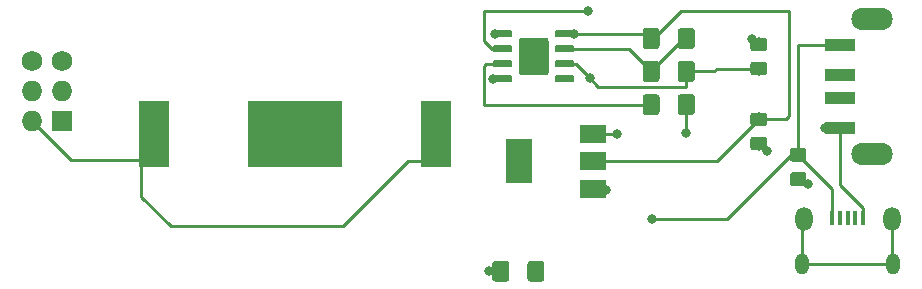
<source format=gbr>
G04 #@! TF.GenerationSoftware,KiCad,Pcbnew,(5.1.4)-1*
G04 #@! TF.CreationDate,2020-06-27T20:58:05-05:00*
G04 #@! TF.ProjectId,NiteLite,4e697465-4c69-4746-952e-6b696361645f,rev?*
G04 #@! TF.SameCoordinates,Original*
G04 #@! TF.FileFunction,Copper,L1,Top*
G04 #@! TF.FilePolarity,Positive*
%FSLAX46Y46*%
G04 Gerber Fmt 4.6, Leading zero omitted, Abs format (unit mm)*
G04 Created by KiCad (PCBNEW (5.1.4)-1) date 2020-06-27 20:58:05*
%MOMM*%
%LPD*%
G04 APERTURE LIST*
%ADD10R,1.727200X1.727200*%
%ADD11O,1.727200X1.727200*%
%ADD12C,1.727200*%
%ADD13C,0.100000*%
%ADD14C,1.150000*%
%ADD15R,2.200000X3.800000*%
%ADD16R,2.200000X1.500000*%
%ADD17O,3.500000X1.900000*%
%ADD18R,2.500000X1.100000*%
%ADD19C,0.600000*%
%ADD20C,2.514000*%
%ADD21C,1.425000*%
%ADD22R,0.450000X1.300000*%
%ADD23O,1.450000X2.000000*%
%ADD24O,1.150000X1.800000*%
%ADD25R,8.000000X5.560000*%
%ADD26R,2.600000X5.560000*%
%ADD27C,0.800000*%
%ADD28C,0.250000*%
G04 APERTURE END LIST*
D10*
X90890000Y-114680000D03*
D11*
X88350000Y-114680000D03*
X90890000Y-112140000D03*
X88350000Y-112140000D03*
D12*
X90890000Y-109600000D03*
X88350000Y-109600000D03*
D13*
G36*
X153674505Y-116976204D02*
G01*
X153698773Y-116979804D01*
X153722572Y-116985765D01*
X153745671Y-116994030D01*
X153767850Y-117004520D01*
X153788893Y-117017132D01*
X153808599Y-117031747D01*
X153826777Y-117048223D01*
X153843253Y-117066401D01*
X153857868Y-117086107D01*
X153870480Y-117107150D01*
X153880970Y-117129329D01*
X153889235Y-117152428D01*
X153895196Y-117176227D01*
X153898796Y-117200495D01*
X153900000Y-117224999D01*
X153900000Y-117875001D01*
X153898796Y-117899505D01*
X153895196Y-117923773D01*
X153889235Y-117947572D01*
X153880970Y-117970671D01*
X153870480Y-117992850D01*
X153857868Y-118013893D01*
X153843253Y-118033599D01*
X153826777Y-118051777D01*
X153808599Y-118068253D01*
X153788893Y-118082868D01*
X153767850Y-118095480D01*
X153745671Y-118105970D01*
X153722572Y-118114235D01*
X153698773Y-118120196D01*
X153674505Y-118123796D01*
X153650001Y-118125000D01*
X152749999Y-118125000D01*
X152725495Y-118123796D01*
X152701227Y-118120196D01*
X152677428Y-118114235D01*
X152654329Y-118105970D01*
X152632150Y-118095480D01*
X152611107Y-118082868D01*
X152591401Y-118068253D01*
X152573223Y-118051777D01*
X152556747Y-118033599D01*
X152542132Y-118013893D01*
X152529520Y-117992850D01*
X152519030Y-117970671D01*
X152510765Y-117947572D01*
X152504804Y-117923773D01*
X152501204Y-117899505D01*
X152500000Y-117875001D01*
X152500000Y-117224999D01*
X152501204Y-117200495D01*
X152504804Y-117176227D01*
X152510765Y-117152428D01*
X152519030Y-117129329D01*
X152529520Y-117107150D01*
X152542132Y-117086107D01*
X152556747Y-117066401D01*
X152573223Y-117048223D01*
X152591401Y-117031747D01*
X152611107Y-117017132D01*
X152632150Y-117004520D01*
X152654329Y-116994030D01*
X152677428Y-116985765D01*
X152701227Y-116979804D01*
X152725495Y-116976204D01*
X152749999Y-116975000D01*
X153650001Y-116975000D01*
X153674505Y-116976204D01*
X153674505Y-116976204D01*
G37*
D14*
X153200000Y-117550000D03*
D13*
G36*
X153674505Y-119026204D02*
G01*
X153698773Y-119029804D01*
X153722572Y-119035765D01*
X153745671Y-119044030D01*
X153767850Y-119054520D01*
X153788893Y-119067132D01*
X153808599Y-119081747D01*
X153826777Y-119098223D01*
X153843253Y-119116401D01*
X153857868Y-119136107D01*
X153870480Y-119157150D01*
X153880970Y-119179329D01*
X153889235Y-119202428D01*
X153895196Y-119226227D01*
X153898796Y-119250495D01*
X153900000Y-119274999D01*
X153900000Y-119925001D01*
X153898796Y-119949505D01*
X153895196Y-119973773D01*
X153889235Y-119997572D01*
X153880970Y-120020671D01*
X153870480Y-120042850D01*
X153857868Y-120063893D01*
X153843253Y-120083599D01*
X153826777Y-120101777D01*
X153808599Y-120118253D01*
X153788893Y-120132868D01*
X153767850Y-120145480D01*
X153745671Y-120155970D01*
X153722572Y-120164235D01*
X153698773Y-120170196D01*
X153674505Y-120173796D01*
X153650001Y-120175000D01*
X152749999Y-120175000D01*
X152725495Y-120173796D01*
X152701227Y-120170196D01*
X152677428Y-120164235D01*
X152654329Y-120155970D01*
X152632150Y-120145480D01*
X152611107Y-120132868D01*
X152591401Y-120118253D01*
X152573223Y-120101777D01*
X152556747Y-120083599D01*
X152542132Y-120063893D01*
X152529520Y-120042850D01*
X152519030Y-120020671D01*
X152510765Y-119997572D01*
X152504804Y-119973773D01*
X152501204Y-119949505D01*
X152500000Y-119925001D01*
X152500000Y-119274999D01*
X152501204Y-119250495D01*
X152504804Y-119226227D01*
X152510765Y-119202428D01*
X152519030Y-119179329D01*
X152529520Y-119157150D01*
X152542132Y-119136107D01*
X152556747Y-119116401D01*
X152573223Y-119098223D01*
X152591401Y-119081747D01*
X152611107Y-119067132D01*
X152632150Y-119054520D01*
X152654329Y-119044030D01*
X152677428Y-119035765D01*
X152701227Y-119029804D01*
X152725495Y-119026204D01*
X152749999Y-119025000D01*
X153650001Y-119025000D01*
X153674505Y-119026204D01*
X153674505Y-119026204D01*
G37*
D14*
X153200000Y-119600000D03*
D15*
X129540000Y-118110000D03*
D16*
X135840000Y-120410000D03*
X135840000Y-118110000D03*
X135840000Y-115810000D03*
D17*
X159470000Y-117460000D03*
X159470000Y-106060000D03*
D18*
X156720000Y-115260000D03*
X156720000Y-108260000D03*
X156720000Y-112760000D03*
X156720000Y-110760000D03*
D13*
G36*
X150334505Y-113971204D02*
G01*
X150358773Y-113974804D01*
X150382572Y-113980765D01*
X150405671Y-113989030D01*
X150427850Y-113999520D01*
X150448893Y-114012132D01*
X150468599Y-114026747D01*
X150486777Y-114043223D01*
X150503253Y-114061401D01*
X150517868Y-114081107D01*
X150530480Y-114102150D01*
X150540970Y-114124329D01*
X150549235Y-114147428D01*
X150555196Y-114171227D01*
X150558796Y-114195495D01*
X150560000Y-114219999D01*
X150560000Y-114870001D01*
X150558796Y-114894505D01*
X150555196Y-114918773D01*
X150549235Y-114942572D01*
X150540970Y-114965671D01*
X150530480Y-114987850D01*
X150517868Y-115008893D01*
X150503253Y-115028599D01*
X150486777Y-115046777D01*
X150468599Y-115063253D01*
X150448893Y-115077868D01*
X150427850Y-115090480D01*
X150405671Y-115100970D01*
X150382572Y-115109235D01*
X150358773Y-115115196D01*
X150334505Y-115118796D01*
X150310001Y-115120000D01*
X149409999Y-115120000D01*
X149385495Y-115118796D01*
X149361227Y-115115196D01*
X149337428Y-115109235D01*
X149314329Y-115100970D01*
X149292150Y-115090480D01*
X149271107Y-115077868D01*
X149251401Y-115063253D01*
X149233223Y-115046777D01*
X149216747Y-115028599D01*
X149202132Y-115008893D01*
X149189520Y-114987850D01*
X149179030Y-114965671D01*
X149170765Y-114942572D01*
X149164804Y-114918773D01*
X149161204Y-114894505D01*
X149160000Y-114870001D01*
X149160000Y-114219999D01*
X149161204Y-114195495D01*
X149164804Y-114171227D01*
X149170765Y-114147428D01*
X149179030Y-114124329D01*
X149189520Y-114102150D01*
X149202132Y-114081107D01*
X149216747Y-114061401D01*
X149233223Y-114043223D01*
X149251401Y-114026747D01*
X149271107Y-114012132D01*
X149292150Y-113999520D01*
X149314329Y-113989030D01*
X149337428Y-113980765D01*
X149361227Y-113974804D01*
X149385495Y-113971204D01*
X149409999Y-113970000D01*
X150310001Y-113970000D01*
X150334505Y-113971204D01*
X150334505Y-113971204D01*
G37*
D14*
X149860000Y-114545000D03*
D13*
G36*
X150334505Y-116021204D02*
G01*
X150358773Y-116024804D01*
X150382572Y-116030765D01*
X150405671Y-116039030D01*
X150427850Y-116049520D01*
X150448893Y-116062132D01*
X150468599Y-116076747D01*
X150486777Y-116093223D01*
X150503253Y-116111401D01*
X150517868Y-116131107D01*
X150530480Y-116152150D01*
X150540970Y-116174329D01*
X150549235Y-116197428D01*
X150555196Y-116221227D01*
X150558796Y-116245495D01*
X150560000Y-116269999D01*
X150560000Y-116920001D01*
X150558796Y-116944505D01*
X150555196Y-116968773D01*
X150549235Y-116992572D01*
X150540970Y-117015671D01*
X150530480Y-117037850D01*
X150517868Y-117058893D01*
X150503253Y-117078599D01*
X150486777Y-117096777D01*
X150468599Y-117113253D01*
X150448893Y-117127868D01*
X150427850Y-117140480D01*
X150405671Y-117150970D01*
X150382572Y-117159235D01*
X150358773Y-117165196D01*
X150334505Y-117168796D01*
X150310001Y-117170000D01*
X149409999Y-117170000D01*
X149385495Y-117168796D01*
X149361227Y-117165196D01*
X149337428Y-117159235D01*
X149314329Y-117150970D01*
X149292150Y-117140480D01*
X149271107Y-117127868D01*
X149251401Y-117113253D01*
X149233223Y-117096777D01*
X149216747Y-117078599D01*
X149202132Y-117058893D01*
X149189520Y-117037850D01*
X149179030Y-117015671D01*
X149170765Y-116992572D01*
X149164804Y-116968773D01*
X149161204Y-116944505D01*
X149160000Y-116920001D01*
X149160000Y-116269999D01*
X149161204Y-116245495D01*
X149164804Y-116221227D01*
X149170765Y-116197428D01*
X149179030Y-116174329D01*
X149189520Y-116152150D01*
X149202132Y-116131107D01*
X149216747Y-116111401D01*
X149233223Y-116093223D01*
X149251401Y-116076747D01*
X149271107Y-116062132D01*
X149292150Y-116049520D01*
X149314329Y-116039030D01*
X149337428Y-116030765D01*
X149361227Y-116024804D01*
X149385495Y-116021204D01*
X149409999Y-116020000D01*
X150310001Y-116020000D01*
X150334505Y-116021204D01*
X150334505Y-116021204D01*
G37*
D14*
X149860000Y-116595000D03*
D13*
G36*
X134124703Y-107015722D02*
G01*
X134139264Y-107017882D01*
X134153543Y-107021459D01*
X134167403Y-107026418D01*
X134180710Y-107032712D01*
X134193336Y-107040280D01*
X134205159Y-107049048D01*
X134216066Y-107058934D01*
X134225952Y-107069841D01*
X134234720Y-107081664D01*
X134242288Y-107094290D01*
X134248582Y-107107597D01*
X134253541Y-107121457D01*
X134257118Y-107135736D01*
X134259278Y-107150297D01*
X134260000Y-107165000D01*
X134260000Y-107465000D01*
X134259278Y-107479703D01*
X134257118Y-107494264D01*
X134253541Y-107508543D01*
X134248582Y-107522403D01*
X134242288Y-107535710D01*
X134234720Y-107548336D01*
X134225952Y-107560159D01*
X134216066Y-107571066D01*
X134205159Y-107580952D01*
X134193336Y-107589720D01*
X134180710Y-107597288D01*
X134167403Y-107603582D01*
X134153543Y-107608541D01*
X134139264Y-107612118D01*
X134124703Y-107614278D01*
X134110000Y-107615000D01*
X132785000Y-107615000D01*
X132770297Y-107614278D01*
X132755736Y-107612118D01*
X132741457Y-107608541D01*
X132727597Y-107603582D01*
X132714290Y-107597288D01*
X132701664Y-107589720D01*
X132689841Y-107580952D01*
X132678934Y-107571066D01*
X132669048Y-107560159D01*
X132660280Y-107548336D01*
X132652712Y-107535710D01*
X132646418Y-107522403D01*
X132641459Y-107508543D01*
X132637882Y-107494264D01*
X132635722Y-107479703D01*
X132635000Y-107465000D01*
X132635000Y-107165000D01*
X132635722Y-107150297D01*
X132637882Y-107135736D01*
X132641459Y-107121457D01*
X132646418Y-107107597D01*
X132652712Y-107094290D01*
X132660280Y-107081664D01*
X132669048Y-107069841D01*
X132678934Y-107058934D01*
X132689841Y-107049048D01*
X132701664Y-107040280D01*
X132714290Y-107032712D01*
X132727597Y-107026418D01*
X132741457Y-107021459D01*
X132755736Y-107017882D01*
X132770297Y-107015722D01*
X132785000Y-107015000D01*
X134110000Y-107015000D01*
X134124703Y-107015722D01*
X134124703Y-107015722D01*
G37*
D19*
X133447500Y-107315000D03*
D13*
G36*
X134124703Y-108285722D02*
G01*
X134139264Y-108287882D01*
X134153543Y-108291459D01*
X134167403Y-108296418D01*
X134180710Y-108302712D01*
X134193336Y-108310280D01*
X134205159Y-108319048D01*
X134216066Y-108328934D01*
X134225952Y-108339841D01*
X134234720Y-108351664D01*
X134242288Y-108364290D01*
X134248582Y-108377597D01*
X134253541Y-108391457D01*
X134257118Y-108405736D01*
X134259278Y-108420297D01*
X134260000Y-108435000D01*
X134260000Y-108735000D01*
X134259278Y-108749703D01*
X134257118Y-108764264D01*
X134253541Y-108778543D01*
X134248582Y-108792403D01*
X134242288Y-108805710D01*
X134234720Y-108818336D01*
X134225952Y-108830159D01*
X134216066Y-108841066D01*
X134205159Y-108850952D01*
X134193336Y-108859720D01*
X134180710Y-108867288D01*
X134167403Y-108873582D01*
X134153543Y-108878541D01*
X134139264Y-108882118D01*
X134124703Y-108884278D01*
X134110000Y-108885000D01*
X132785000Y-108885000D01*
X132770297Y-108884278D01*
X132755736Y-108882118D01*
X132741457Y-108878541D01*
X132727597Y-108873582D01*
X132714290Y-108867288D01*
X132701664Y-108859720D01*
X132689841Y-108850952D01*
X132678934Y-108841066D01*
X132669048Y-108830159D01*
X132660280Y-108818336D01*
X132652712Y-108805710D01*
X132646418Y-108792403D01*
X132641459Y-108778543D01*
X132637882Y-108764264D01*
X132635722Y-108749703D01*
X132635000Y-108735000D01*
X132635000Y-108435000D01*
X132635722Y-108420297D01*
X132637882Y-108405736D01*
X132641459Y-108391457D01*
X132646418Y-108377597D01*
X132652712Y-108364290D01*
X132660280Y-108351664D01*
X132669048Y-108339841D01*
X132678934Y-108328934D01*
X132689841Y-108319048D01*
X132701664Y-108310280D01*
X132714290Y-108302712D01*
X132727597Y-108296418D01*
X132741457Y-108291459D01*
X132755736Y-108287882D01*
X132770297Y-108285722D01*
X132785000Y-108285000D01*
X134110000Y-108285000D01*
X134124703Y-108285722D01*
X134124703Y-108285722D01*
G37*
D19*
X133447500Y-108585000D03*
D13*
G36*
X134124703Y-109555722D02*
G01*
X134139264Y-109557882D01*
X134153543Y-109561459D01*
X134167403Y-109566418D01*
X134180710Y-109572712D01*
X134193336Y-109580280D01*
X134205159Y-109589048D01*
X134216066Y-109598934D01*
X134225952Y-109609841D01*
X134234720Y-109621664D01*
X134242288Y-109634290D01*
X134248582Y-109647597D01*
X134253541Y-109661457D01*
X134257118Y-109675736D01*
X134259278Y-109690297D01*
X134260000Y-109705000D01*
X134260000Y-110005000D01*
X134259278Y-110019703D01*
X134257118Y-110034264D01*
X134253541Y-110048543D01*
X134248582Y-110062403D01*
X134242288Y-110075710D01*
X134234720Y-110088336D01*
X134225952Y-110100159D01*
X134216066Y-110111066D01*
X134205159Y-110120952D01*
X134193336Y-110129720D01*
X134180710Y-110137288D01*
X134167403Y-110143582D01*
X134153543Y-110148541D01*
X134139264Y-110152118D01*
X134124703Y-110154278D01*
X134110000Y-110155000D01*
X132785000Y-110155000D01*
X132770297Y-110154278D01*
X132755736Y-110152118D01*
X132741457Y-110148541D01*
X132727597Y-110143582D01*
X132714290Y-110137288D01*
X132701664Y-110129720D01*
X132689841Y-110120952D01*
X132678934Y-110111066D01*
X132669048Y-110100159D01*
X132660280Y-110088336D01*
X132652712Y-110075710D01*
X132646418Y-110062403D01*
X132641459Y-110048543D01*
X132637882Y-110034264D01*
X132635722Y-110019703D01*
X132635000Y-110005000D01*
X132635000Y-109705000D01*
X132635722Y-109690297D01*
X132637882Y-109675736D01*
X132641459Y-109661457D01*
X132646418Y-109647597D01*
X132652712Y-109634290D01*
X132660280Y-109621664D01*
X132669048Y-109609841D01*
X132678934Y-109598934D01*
X132689841Y-109589048D01*
X132701664Y-109580280D01*
X132714290Y-109572712D01*
X132727597Y-109566418D01*
X132741457Y-109561459D01*
X132755736Y-109557882D01*
X132770297Y-109555722D01*
X132785000Y-109555000D01*
X134110000Y-109555000D01*
X134124703Y-109555722D01*
X134124703Y-109555722D01*
G37*
D19*
X133447500Y-109855000D03*
D13*
G36*
X134124703Y-110825722D02*
G01*
X134139264Y-110827882D01*
X134153543Y-110831459D01*
X134167403Y-110836418D01*
X134180710Y-110842712D01*
X134193336Y-110850280D01*
X134205159Y-110859048D01*
X134216066Y-110868934D01*
X134225952Y-110879841D01*
X134234720Y-110891664D01*
X134242288Y-110904290D01*
X134248582Y-110917597D01*
X134253541Y-110931457D01*
X134257118Y-110945736D01*
X134259278Y-110960297D01*
X134260000Y-110975000D01*
X134260000Y-111275000D01*
X134259278Y-111289703D01*
X134257118Y-111304264D01*
X134253541Y-111318543D01*
X134248582Y-111332403D01*
X134242288Y-111345710D01*
X134234720Y-111358336D01*
X134225952Y-111370159D01*
X134216066Y-111381066D01*
X134205159Y-111390952D01*
X134193336Y-111399720D01*
X134180710Y-111407288D01*
X134167403Y-111413582D01*
X134153543Y-111418541D01*
X134139264Y-111422118D01*
X134124703Y-111424278D01*
X134110000Y-111425000D01*
X132785000Y-111425000D01*
X132770297Y-111424278D01*
X132755736Y-111422118D01*
X132741457Y-111418541D01*
X132727597Y-111413582D01*
X132714290Y-111407288D01*
X132701664Y-111399720D01*
X132689841Y-111390952D01*
X132678934Y-111381066D01*
X132669048Y-111370159D01*
X132660280Y-111358336D01*
X132652712Y-111345710D01*
X132646418Y-111332403D01*
X132641459Y-111318543D01*
X132637882Y-111304264D01*
X132635722Y-111289703D01*
X132635000Y-111275000D01*
X132635000Y-110975000D01*
X132635722Y-110960297D01*
X132637882Y-110945736D01*
X132641459Y-110931457D01*
X132646418Y-110917597D01*
X132652712Y-110904290D01*
X132660280Y-110891664D01*
X132669048Y-110879841D01*
X132678934Y-110868934D01*
X132689841Y-110859048D01*
X132701664Y-110850280D01*
X132714290Y-110842712D01*
X132727597Y-110836418D01*
X132741457Y-110831459D01*
X132755736Y-110827882D01*
X132770297Y-110825722D01*
X132785000Y-110825000D01*
X134110000Y-110825000D01*
X134124703Y-110825722D01*
X134124703Y-110825722D01*
G37*
D19*
X133447500Y-111125000D03*
D13*
G36*
X128849703Y-110825722D02*
G01*
X128864264Y-110827882D01*
X128878543Y-110831459D01*
X128892403Y-110836418D01*
X128905710Y-110842712D01*
X128918336Y-110850280D01*
X128930159Y-110859048D01*
X128941066Y-110868934D01*
X128950952Y-110879841D01*
X128959720Y-110891664D01*
X128967288Y-110904290D01*
X128973582Y-110917597D01*
X128978541Y-110931457D01*
X128982118Y-110945736D01*
X128984278Y-110960297D01*
X128985000Y-110975000D01*
X128985000Y-111275000D01*
X128984278Y-111289703D01*
X128982118Y-111304264D01*
X128978541Y-111318543D01*
X128973582Y-111332403D01*
X128967288Y-111345710D01*
X128959720Y-111358336D01*
X128950952Y-111370159D01*
X128941066Y-111381066D01*
X128930159Y-111390952D01*
X128918336Y-111399720D01*
X128905710Y-111407288D01*
X128892403Y-111413582D01*
X128878543Y-111418541D01*
X128864264Y-111422118D01*
X128849703Y-111424278D01*
X128835000Y-111425000D01*
X127510000Y-111425000D01*
X127495297Y-111424278D01*
X127480736Y-111422118D01*
X127466457Y-111418541D01*
X127452597Y-111413582D01*
X127439290Y-111407288D01*
X127426664Y-111399720D01*
X127414841Y-111390952D01*
X127403934Y-111381066D01*
X127394048Y-111370159D01*
X127385280Y-111358336D01*
X127377712Y-111345710D01*
X127371418Y-111332403D01*
X127366459Y-111318543D01*
X127362882Y-111304264D01*
X127360722Y-111289703D01*
X127360000Y-111275000D01*
X127360000Y-110975000D01*
X127360722Y-110960297D01*
X127362882Y-110945736D01*
X127366459Y-110931457D01*
X127371418Y-110917597D01*
X127377712Y-110904290D01*
X127385280Y-110891664D01*
X127394048Y-110879841D01*
X127403934Y-110868934D01*
X127414841Y-110859048D01*
X127426664Y-110850280D01*
X127439290Y-110842712D01*
X127452597Y-110836418D01*
X127466457Y-110831459D01*
X127480736Y-110827882D01*
X127495297Y-110825722D01*
X127510000Y-110825000D01*
X128835000Y-110825000D01*
X128849703Y-110825722D01*
X128849703Y-110825722D01*
G37*
D19*
X128172500Y-111125000D03*
D13*
G36*
X128849703Y-109555722D02*
G01*
X128864264Y-109557882D01*
X128878543Y-109561459D01*
X128892403Y-109566418D01*
X128905710Y-109572712D01*
X128918336Y-109580280D01*
X128930159Y-109589048D01*
X128941066Y-109598934D01*
X128950952Y-109609841D01*
X128959720Y-109621664D01*
X128967288Y-109634290D01*
X128973582Y-109647597D01*
X128978541Y-109661457D01*
X128982118Y-109675736D01*
X128984278Y-109690297D01*
X128985000Y-109705000D01*
X128985000Y-110005000D01*
X128984278Y-110019703D01*
X128982118Y-110034264D01*
X128978541Y-110048543D01*
X128973582Y-110062403D01*
X128967288Y-110075710D01*
X128959720Y-110088336D01*
X128950952Y-110100159D01*
X128941066Y-110111066D01*
X128930159Y-110120952D01*
X128918336Y-110129720D01*
X128905710Y-110137288D01*
X128892403Y-110143582D01*
X128878543Y-110148541D01*
X128864264Y-110152118D01*
X128849703Y-110154278D01*
X128835000Y-110155000D01*
X127510000Y-110155000D01*
X127495297Y-110154278D01*
X127480736Y-110152118D01*
X127466457Y-110148541D01*
X127452597Y-110143582D01*
X127439290Y-110137288D01*
X127426664Y-110129720D01*
X127414841Y-110120952D01*
X127403934Y-110111066D01*
X127394048Y-110100159D01*
X127385280Y-110088336D01*
X127377712Y-110075710D01*
X127371418Y-110062403D01*
X127366459Y-110048543D01*
X127362882Y-110034264D01*
X127360722Y-110019703D01*
X127360000Y-110005000D01*
X127360000Y-109705000D01*
X127360722Y-109690297D01*
X127362882Y-109675736D01*
X127366459Y-109661457D01*
X127371418Y-109647597D01*
X127377712Y-109634290D01*
X127385280Y-109621664D01*
X127394048Y-109609841D01*
X127403934Y-109598934D01*
X127414841Y-109589048D01*
X127426664Y-109580280D01*
X127439290Y-109572712D01*
X127452597Y-109566418D01*
X127466457Y-109561459D01*
X127480736Y-109557882D01*
X127495297Y-109555722D01*
X127510000Y-109555000D01*
X128835000Y-109555000D01*
X128849703Y-109555722D01*
X128849703Y-109555722D01*
G37*
D19*
X128172500Y-109855000D03*
D13*
G36*
X128849703Y-108285722D02*
G01*
X128864264Y-108287882D01*
X128878543Y-108291459D01*
X128892403Y-108296418D01*
X128905710Y-108302712D01*
X128918336Y-108310280D01*
X128930159Y-108319048D01*
X128941066Y-108328934D01*
X128950952Y-108339841D01*
X128959720Y-108351664D01*
X128967288Y-108364290D01*
X128973582Y-108377597D01*
X128978541Y-108391457D01*
X128982118Y-108405736D01*
X128984278Y-108420297D01*
X128985000Y-108435000D01*
X128985000Y-108735000D01*
X128984278Y-108749703D01*
X128982118Y-108764264D01*
X128978541Y-108778543D01*
X128973582Y-108792403D01*
X128967288Y-108805710D01*
X128959720Y-108818336D01*
X128950952Y-108830159D01*
X128941066Y-108841066D01*
X128930159Y-108850952D01*
X128918336Y-108859720D01*
X128905710Y-108867288D01*
X128892403Y-108873582D01*
X128878543Y-108878541D01*
X128864264Y-108882118D01*
X128849703Y-108884278D01*
X128835000Y-108885000D01*
X127510000Y-108885000D01*
X127495297Y-108884278D01*
X127480736Y-108882118D01*
X127466457Y-108878541D01*
X127452597Y-108873582D01*
X127439290Y-108867288D01*
X127426664Y-108859720D01*
X127414841Y-108850952D01*
X127403934Y-108841066D01*
X127394048Y-108830159D01*
X127385280Y-108818336D01*
X127377712Y-108805710D01*
X127371418Y-108792403D01*
X127366459Y-108778543D01*
X127362882Y-108764264D01*
X127360722Y-108749703D01*
X127360000Y-108735000D01*
X127360000Y-108435000D01*
X127360722Y-108420297D01*
X127362882Y-108405736D01*
X127366459Y-108391457D01*
X127371418Y-108377597D01*
X127377712Y-108364290D01*
X127385280Y-108351664D01*
X127394048Y-108339841D01*
X127403934Y-108328934D01*
X127414841Y-108319048D01*
X127426664Y-108310280D01*
X127439290Y-108302712D01*
X127452597Y-108296418D01*
X127466457Y-108291459D01*
X127480736Y-108287882D01*
X127495297Y-108285722D01*
X127510000Y-108285000D01*
X128835000Y-108285000D01*
X128849703Y-108285722D01*
X128849703Y-108285722D01*
G37*
D19*
X128172500Y-108585000D03*
D13*
G36*
X128849703Y-107015722D02*
G01*
X128864264Y-107017882D01*
X128878543Y-107021459D01*
X128892403Y-107026418D01*
X128905710Y-107032712D01*
X128918336Y-107040280D01*
X128930159Y-107049048D01*
X128941066Y-107058934D01*
X128950952Y-107069841D01*
X128959720Y-107081664D01*
X128967288Y-107094290D01*
X128973582Y-107107597D01*
X128978541Y-107121457D01*
X128982118Y-107135736D01*
X128984278Y-107150297D01*
X128985000Y-107165000D01*
X128985000Y-107465000D01*
X128984278Y-107479703D01*
X128982118Y-107494264D01*
X128978541Y-107508543D01*
X128973582Y-107522403D01*
X128967288Y-107535710D01*
X128959720Y-107548336D01*
X128950952Y-107560159D01*
X128941066Y-107571066D01*
X128930159Y-107580952D01*
X128918336Y-107589720D01*
X128905710Y-107597288D01*
X128892403Y-107603582D01*
X128878543Y-107608541D01*
X128864264Y-107612118D01*
X128849703Y-107614278D01*
X128835000Y-107615000D01*
X127510000Y-107615000D01*
X127495297Y-107614278D01*
X127480736Y-107612118D01*
X127466457Y-107608541D01*
X127452597Y-107603582D01*
X127439290Y-107597288D01*
X127426664Y-107589720D01*
X127414841Y-107580952D01*
X127403934Y-107571066D01*
X127394048Y-107560159D01*
X127385280Y-107548336D01*
X127377712Y-107535710D01*
X127371418Y-107522403D01*
X127366459Y-107508543D01*
X127362882Y-107494264D01*
X127360722Y-107479703D01*
X127360000Y-107465000D01*
X127360000Y-107165000D01*
X127360722Y-107150297D01*
X127362882Y-107135736D01*
X127366459Y-107121457D01*
X127371418Y-107107597D01*
X127377712Y-107094290D01*
X127385280Y-107081664D01*
X127394048Y-107069841D01*
X127403934Y-107058934D01*
X127414841Y-107049048D01*
X127426664Y-107040280D01*
X127439290Y-107032712D01*
X127452597Y-107026418D01*
X127466457Y-107021459D01*
X127480736Y-107017882D01*
X127495297Y-107015722D01*
X127510000Y-107015000D01*
X128835000Y-107015000D01*
X128849703Y-107015722D01*
X128849703Y-107015722D01*
G37*
D19*
X128172500Y-107315000D03*
D13*
G36*
X131841505Y-107621204D02*
G01*
X131865773Y-107624804D01*
X131889572Y-107630765D01*
X131912671Y-107639030D01*
X131934850Y-107649520D01*
X131955893Y-107662132D01*
X131975599Y-107676747D01*
X131993777Y-107693223D01*
X132010253Y-107711401D01*
X132024868Y-107731107D01*
X132037480Y-107752150D01*
X132047970Y-107774329D01*
X132056235Y-107797428D01*
X132062196Y-107821227D01*
X132065796Y-107845495D01*
X132067000Y-107869999D01*
X132067000Y-110570001D01*
X132065796Y-110594505D01*
X132062196Y-110618773D01*
X132056235Y-110642572D01*
X132047970Y-110665671D01*
X132037480Y-110687850D01*
X132024868Y-110708893D01*
X132010253Y-110728599D01*
X131993777Y-110746777D01*
X131975599Y-110763253D01*
X131955893Y-110777868D01*
X131934850Y-110790480D01*
X131912671Y-110800970D01*
X131889572Y-110809235D01*
X131865773Y-110815196D01*
X131841505Y-110818796D01*
X131817001Y-110820000D01*
X129802999Y-110820000D01*
X129778495Y-110818796D01*
X129754227Y-110815196D01*
X129730428Y-110809235D01*
X129707329Y-110800970D01*
X129685150Y-110790480D01*
X129664107Y-110777868D01*
X129644401Y-110763253D01*
X129626223Y-110746777D01*
X129609747Y-110728599D01*
X129595132Y-110708893D01*
X129582520Y-110687850D01*
X129572030Y-110665671D01*
X129563765Y-110642572D01*
X129557804Y-110618773D01*
X129554204Y-110594505D01*
X129553000Y-110570001D01*
X129553000Y-107869999D01*
X129554204Y-107845495D01*
X129557804Y-107821227D01*
X129563765Y-107797428D01*
X129572030Y-107774329D01*
X129582520Y-107752150D01*
X129595132Y-107731107D01*
X129609747Y-107711401D01*
X129626223Y-107693223D01*
X129644401Y-107676747D01*
X129664107Y-107662132D01*
X129685150Y-107649520D01*
X129707329Y-107639030D01*
X129730428Y-107630765D01*
X129754227Y-107624804D01*
X129778495Y-107621204D01*
X129802999Y-107620000D01*
X131817001Y-107620000D01*
X131841505Y-107621204D01*
X131841505Y-107621204D01*
G37*
D20*
X130810000Y-109220000D03*
D13*
G36*
X144214504Y-112426204D02*
G01*
X144238773Y-112429804D01*
X144262571Y-112435765D01*
X144285671Y-112444030D01*
X144307849Y-112454520D01*
X144328893Y-112467133D01*
X144348598Y-112481747D01*
X144366777Y-112498223D01*
X144383253Y-112516402D01*
X144397867Y-112536107D01*
X144410480Y-112557151D01*
X144420970Y-112579329D01*
X144429235Y-112602429D01*
X144435196Y-112626227D01*
X144438796Y-112650496D01*
X144440000Y-112675000D01*
X144440000Y-113925000D01*
X144438796Y-113949504D01*
X144435196Y-113973773D01*
X144429235Y-113997571D01*
X144420970Y-114020671D01*
X144410480Y-114042849D01*
X144397867Y-114063893D01*
X144383253Y-114083598D01*
X144366777Y-114101777D01*
X144348598Y-114118253D01*
X144328893Y-114132867D01*
X144307849Y-114145480D01*
X144285671Y-114155970D01*
X144262571Y-114164235D01*
X144238773Y-114170196D01*
X144214504Y-114173796D01*
X144190000Y-114175000D01*
X143265000Y-114175000D01*
X143240496Y-114173796D01*
X143216227Y-114170196D01*
X143192429Y-114164235D01*
X143169329Y-114155970D01*
X143147151Y-114145480D01*
X143126107Y-114132867D01*
X143106402Y-114118253D01*
X143088223Y-114101777D01*
X143071747Y-114083598D01*
X143057133Y-114063893D01*
X143044520Y-114042849D01*
X143034030Y-114020671D01*
X143025765Y-113997571D01*
X143019804Y-113973773D01*
X143016204Y-113949504D01*
X143015000Y-113925000D01*
X143015000Y-112675000D01*
X143016204Y-112650496D01*
X143019804Y-112626227D01*
X143025765Y-112602429D01*
X143034030Y-112579329D01*
X143044520Y-112557151D01*
X143057133Y-112536107D01*
X143071747Y-112516402D01*
X143088223Y-112498223D01*
X143106402Y-112481747D01*
X143126107Y-112467133D01*
X143147151Y-112454520D01*
X143169329Y-112444030D01*
X143192429Y-112435765D01*
X143216227Y-112429804D01*
X143240496Y-112426204D01*
X143265000Y-112425000D01*
X144190000Y-112425000D01*
X144214504Y-112426204D01*
X144214504Y-112426204D01*
G37*
D21*
X143727500Y-113300000D03*
D13*
G36*
X141239504Y-112426204D02*
G01*
X141263773Y-112429804D01*
X141287571Y-112435765D01*
X141310671Y-112444030D01*
X141332849Y-112454520D01*
X141353893Y-112467133D01*
X141373598Y-112481747D01*
X141391777Y-112498223D01*
X141408253Y-112516402D01*
X141422867Y-112536107D01*
X141435480Y-112557151D01*
X141445970Y-112579329D01*
X141454235Y-112602429D01*
X141460196Y-112626227D01*
X141463796Y-112650496D01*
X141465000Y-112675000D01*
X141465000Y-113925000D01*
X141463796Y-113949504D01*
X141460196Y-113973773D01*
X141454235Y-113997571D01*
X141445970Y-114020671D01*
X141435480Y-114042849D01*
X141422867Y-114063893D01*
X141408253Y-114083598D01*
X141391777Y-114101777D01*
X141373598Y-114118253D01*
X141353893Y-114132867D01*
X141332849Y-114145480D01*
X141310671Y-114155970D01*
X141287571Y-114164235D01*
X141263773Y-114170196D01*
X141239504Y-114173796D01*
X141215000Y-114175000D01*
X140290000Y-114175000D01*
X140265496Y-114173796D01*
X140241227Y-114170196D01*
X140217429Y-114164235D01*
X140194329Y-114155970D01*
X140172151Y-114145480D01*
X140151107Y-114132867D01*
X140131402Y-114118253D01*
X140113223Y-114101777D01*
X140096747Y-114083598D01*
X140082133Y-114063893D01*
X140069520Y-114042849D01*
X140059030Y-114020671D01*
X140050765Y-113997571D01*
X140044804Y-113973773D01*
X140041204Y-113949504D01*
X140040000Y-113925000D01*
X140040000Y-112675000D01*
X140041204Y-112650496D01*
X140044804Y-112626227D01*
X140050765Y-112602429D01*
X140059030Y-112579329D01*
X140069520Y-112557151D01*
X140082133Y-112536107D01*
X140096747Y-112516402D01*
X140113223Y-112498223D01*
X140131402Y-112481747D01*
X140151107Y-112467133D01*
X140172151Y-112454520D01*
X140194329Y-112444030D01*
X140217429Y-112435765D01*
X140241227Y-112429804D01*
X140265496Y-112426204D01*
X140290000Y-112425000D01*
X141215000Y-112425000D01*
X141239504Y-112426204D01*
X141239504Y-112426204D01*
G37*
D21*
X140752500Y-113300000D03*
D13*
G36*
X144214504Y-109616204D02*
G01*
X144238773Y-109619804D01*
X144262571Y-109625765D01*
X144285671Y-109634030D01*
X144307849Y-109644520D01*
X144328893Y-109657133D01*
X144348598Y-109671747D01*
X144366777Y-109688223D01*
X144383253Y-109706402D01*
X144397867Y-109726107D01*
X144410480Y-109747151D01*
X144420970Y-109769329D01*
X144429235Y-109792429D01*
X144435196Y-109816227D01*
X144438796Y-109840496D01*
X144440000Y-109865000D01*
X144440000Y-111115000D01*
X144438796Y-111139504D01*
X144435196Y-111163773D01*
X144429235Y-111187571D01*
X144420970Y-111210671D01*
X144410480Y-111232849D01*
X144397867Y-111253893D01*
X144383253Y-111273598D01*
X144366777Y-111291777D01*
X144348598Y-111308253D01*
X144328893Y-111322867D01*
X144307849Y-111335480D01*
X144285671Y-111345970D01*
X144262571Y-111354235D01*
X144238773Y-111360196D01*
X144214504Y-111363796D01*
X144190000Y-111365000D01*
X143265000Y-111365000D01*
X143240496Y-111363796D01*
X143216227Y-111360196D01*
X143192429Y-111354235D01*
X143169329Y-111345970D01*
X143147151Y-111335480D01*
X143126107Y-111322867D01*
X143106402Y-111308253D01*
X143088223Y-111291777D01*
X143071747Y-111273598D01*
X143057133Y-111253893D01*
X143044520Y-111232849D01*
X143034030Y-111210671D01*
X143025765Y-111187571D01*
X143019804Y-111163773D01*
X143016204Y-111139504D01*
X143015000Y-111115000D01*
X143015000Y-109865000D01*
X143016204Y-109840496D01*
X143019804Y-109816227D01*
X143025765Y-109792429D01*
X143034030Y-109769329D01*
X143044520Y-109747151D01*
X143057133Y-109726107D01*
X143071747Y-109706402D01*
X143088223Y-109688223D01*
X143106402Y-109671747D01*
X143126107Y-109657133D01*
X143147151Y-109644520D01*
X143169329Y-109634030D01*
X143192429Y-109625765D01*
X143216227Y-109619804D01*
X143240496Y-109616204D01*
X143265000Y-109615000D01*
X144190000Y-109615000D01*
X144214504Y-109616204D01*
X144214504Y-109616204D01*
G37*
D21*
X143727500Y-110490000D03*
D13*
G36*
X141239504Y-109616204D02*
G01*
X141263773Y-109619804D01*
X141287571Y-109625765D01*
X141310671Y-109634030D01*
X141332849Y-109644520D01*
X141353893Y-109657133D01*
X141373598Y-109671747D01*
X141391777Y-109688223D01*
X141408253Y-109706402D01*
X141422867Y-109726107D01*
X141435480Y-109747151D01*
X141445970Y-109769329D01*
X141454235Y-109792429D01*
X141460196Y-109816227D01*
X141463796Y-109840496D01*
X141465000Y-109865000D01*
X141465000Y-111115000D01*
X141463796Y-111139504D01*
X141460196Y-111163773D01*
X141454235Y-111187571D01*
X141445970Y-111210671D01*
X141435480Y-111232849D01*
X141422867Y-111253893D01*
X141408253Y-111273598D01*
X141391777Y-111291777D01*
X141373598Y-111308253D01*
X141353893Y-111322867D01*
X141332849Y-111335480D01*
X141310671Y-111345970D01*
X141287571Y-111354235D01*
X141263773Y-111360196D01*
X141239504Y-111363796D01*
X141215000Y-111365000D01*
X140290000Y-111365000D01*
X140265496Y-111363796D01*
X140241227Y-111360196D01*
X140217429Y-111354235D01*
X140194329Y-111345970D01*
X140172151Y-111335480D01*
X140151107Y-111322867D01*
X140131402Y-111308253D01*
X140113223Y-111291777D01*
X140096747Y-111273598D01*
X140082133Y-111253893D01*
X140069520Y-111232849D01*
X140059030Y-111210671D01*
X140050765Y-111187571D01*
X140044804Y-111163773D01*
X140041204Y-111139504D01*
X140040000Y-111115000D01*
X140040000Y-109865000D01*
X140041204Y-109840496D01*
X140044804Y-109816227D01*
X140050765Y-109792429D01*
X140059030Y-109769329D01*
X140069520Y-109747151D01*
X140082133Y-109726107D01*
X140096747Y-109706402D01*
X140113223Y-109688223D01*
X140131402Y-109671747D01*
X140151107Y-109657133D01*
X140172151Y-109644520D01*
X140194329Y-109634030D01*
X140217429Y-109625765D01*
X140241227Y-109619804D01*
X140265496Y-109616204D01*
X140290000Y-109615000D01*
X141215000Y-109615000D01*
X141239504Y-109616204D01*
X141239504Y-109616204D01*
G37*
D21*
X140752500Y-110490000D03*
D13*
G36*
X144214504Y-106826204D02*
G01*
X144238773Y-106829804D01*
X144262571Y-106835765D01*
X144285671Y-106844030D01*
X144307849Y-106854520D01*
X144328893Y-106867133D01*
X144348598Y-106881747D01*
X144366777Y-106898223D01*
X144383253Y-106916402D01*
X144397867Y-106936107D01*
X144410480Y-106957151D01*
X144420970Y-106979329D01*
X144429235Y-107002429D01*
X144435196Y-107026227D01*
X144438796Y-107050496D01*
X144440000Y-107075000D01*
X144440000Y-108325000D01*
X144438796Y-108349504D01*
X144435196Y-108373773D01*
X144429235Y-108397571D01*
X144420970Y-108420671D01*
X144410480Y-108442849D01*
X144397867Y-108463893D01*
X144383253Y-108483598D01*
X144366777Y-108501777D01*
X144348598Y-108518253D01*
X144328893Y-108532867D01*
X144307849Y-108545480D01*
X144285671Y-108555970D01*
X144262571Y-108564235D01*
X144238773Y-108570196D01*
X144214504Y-108573796D01*
X144190000Y-108575000D01*
X143265000Y-108575000D01*
X143240496Y-108573796D01*
X143216227Y-108570196D01*
X143192429Y-108564235D01*
X143169329Y-108555970D01*
X143147151Y-108545480D01*
X143126107Y-108532867D01*
X143106402Y-108518253D01*
X143088223Y-108501777D01*
X143071747Y-108483598D01*
X143057133Y-108463893D01*
X143044520Y-108442849D01*
X143034030Y-108420671D01*
X143025765Y-108397571D01*
X143019804Y-108373773D01*
X143016204Y-108349504D01*
X143015000Y-108325000D01*
X143015000Y-107075000D01*
X143016204Y-107050496D01*
X143019804Y-107026227D01*
X143025765Y-107002429D01*
X143034030Y-106979329D01*
X143044520Y-106957151D01*
X143057133Y-106936107D01*
X143071747Y-106916402D01*
X143088223Y-106898223D01*
X143106402Y-106881747D01*
X143126107Y-106867133D01*
X143147151Y-106854520D01*
X143169329Y-106844030D01*
X143192429Y-106835765D01*
X143216227Y-106829804D01*
X143240496Y-106826204D01*
X143265000Y-106825000D01*
X144190000Y-106825000D01*
X144214504Y-106826204D01*
X144214504Y-106826204D01*
G37*
D21*
X143727500Y-107700000D03*
D13*
G36*
X141239504Y-106826204D02*
G01*
X141263773Y-106829804D01*
X141287571Y-106835765D01*
X141310671Y-106844030D01*
X141332849Y-106854520D01*
X141353893Y-106867133D01*
X141373598Y-106881747D01*
X141391777Y-106898223D01*
X141408253Y-106916402D01*
X141422867Y-106936107D01*
X141435480Y-106957151D01*
X141445970Y-106979329D01*
X141454235Y-107002429D01*
X141460196Y-107026227D01*
X141463796Y-107050496D01*
X141465000Y-107075000D01*
X141465000Y-108325000D01*
X141463796Y-108349504D01*
X141460196Y-108373773D01*
X141454235Y-108397571D01*
X141445970Y-108420671D01*
X141435480Y-108442849D01*
X141422867Y-108463893D01*
X141408253Y-108483598D01*
X141391777Y-108501777D01*
X141373598Y-108518253D01*
X141353893Y-108532867D01*
X141332849Y-108545480D01*
X141310671Y-108555970D01*
X141287571Y-108564235D01*
X141263773Y-108570196D01*
X141239504Y-108573796D01*
X141215000Y-108575000D01*
X140290000Y-108575000D01*
X140265496Y-108573796D01*
X140241227Y-108570196D01*
X140217429Y-108564235D01*
X140194329Y-108555970D01*
X140172151Y-108545480D01*
X140151107Y-108532867D01*
X140131402Y-108518253D01*
X140113223Y-108501777D01*
X140096747Y-108483598D01*
X140082133Y-108463893D01*
X140069520Y-108442849D01*
X140059030Y-108420671D01*
X140050765Y-108397571D01*
X140044804Y-108373773D01*
X140041204Y-108349504D01*
X140040000Y-108325000D01*
X140040000Y-107075000D01*
X140041204Y-107050496D01*
X140044804Y-107026227D01*
X140050765Y-107002429D01*
X140059030Y-106979329D01*
X140069520Y-106957151D01*
X140082133Y-106936107D01*
X140096747Y-106916402D01*
X140113223Y-106898223D01*
X140131402Y-106881747D01*
X140151107Y-106867133D01*
X140172151Y-106854520D01*
X140194329Y-106844030D01*
X140217429Y-106835765D01*
X140241227Y-106829804D01*
X140265496Y-106826204D01*
X140290000Y-106825000D01*
X141215000Y-106825000D01*
X141239504Y-106826204D01*
X141239504Y-106826204D01*
G37*
D21*
X140752500Y-107700000D03*
D13*
G36*
X131487004Y-126526204D02*
G01*
X131511273Y-126529804D01*
X131535071Y-126535765D01*
X131558171Y-126544030D01*
X131580349Y-126554520D01*
X131601393Y-126567133D01*
X131621098Y-126581747D01*
X131639277Y-126598223D01*
X131655753Y-126616402D01*
X131670367Y-126636107D01*
X131682980Y-126657151D01*
X131693470Y-126679329D01*
X131701735Y-126702429D01*
X131707696Y-126726227D01*
X131711296Y-126750496D01*
X131712500Y-126775000D01*
X131712500Y-128025000D01*
X131711296Y-128049504D01*
X131707696Y-128073773D01*
X131701735Y-128097571D01*
X131693470Y-128120671D01*
X131682980Y-128142849D01*
X131670367Y-128163893D01*
X131655753Y-128183598D01*
X131639277Y-128201777D01*
X131621098Y-128218253D01*
X131601393Y-128232867D01*
X131580349Y-128245480D01*
X131558171Y-128255970D01*
X131535071Y-128264235D01*
X131511273Y-128270196D01*
X131487004Y-128273796D01*
X131462500Y-128275000D01*
X130537500Y-128275000D01*
X130512996Y-128273796D01*
X130488727Y-128270196D01*
X130464929Y-128264235D01*
X130441829Y-128255970D01*
X130419651Y-128245480D01*
X130398607Y-128232867D01*
X130378902Y-128218253D01*
X130360723Y-128201777D01*
X130344247Y-128183598D01*
X130329633Y-128163893D01*
X130317020Y-128142849D01*
X130306530Y-128120671D01*
X130298265Y-128097571D01*
X130292304Y-128073773D01*
X130288704Y-128049504D01*
X130287500Y-128025000D01*
X130287500Y-126775000D01*
X130288704Y-126750496D01*
X130292304Y-126726227D01*
X130298265Y-126702429D01*
X130306530Y-126679329D01*
X130317020Y-126657151D01*
X130329633Y-126636107D01*
X130344247Y-126616402D01*
X130360723Y-126598223D01*
X130378902Y-126581747D01*
X130398607Y-126567133D01*
X130419651Y-126554520D01*
X130441829Y-126544030D01*
X130464929Y-126535765D01*
X130488727Y-126529804D01*
X130512996Y-126526204D01*
X130537500Y-126525000D01*
X131462500Y-126525000D01*
X131487004Y-126526204D01*
X131487004Y-126526204D01*
G37*
D21*
X131000000Y-127400000D03*
D13*
G36*
X128512004Y-126526204D02*
G01*
X128536273Y-126529804D01*
X128560071Y-126535765D01*
X128583171Y-126544030D01*
X128605349Y-126554520D01*
X128626393Y-126567133D01*
X128646098Y-126581747D01*
X128664277Y-126598223D01*
X128680753Y-126616402D01*
X128695367Y-126636107D01*
X128707980Y-126657151D01*
X128718470Y-126679329D01*
X128726735Y-126702429D01*
X128732696Y-126726227D01*
X128736296Y-126750496D01*
X128737500Y-126775000D01*
X128737500Y-128025000D01*
X128736296Y-128049504D01*
X128732696Y-128073773D01*
X128726735Y-128097571D01*
X128718470Y-128120671D01*
X128707980Y-128142849D01*
X128695367Y-128163893D01*
X128680753Y-128183598D01*
X128664277Y-128201777D01*
X128646098Y-128218253D01*
X128626393Y-128232867D01*
X128605349Y-128245480D01*
X128583171Y-128255970D01*
X128560071Y-128264235D01*
X128536273Y-128270196D01*
X128512004Y-128273796D01*
X128487500Y-128275000D01*
X127562500Y-128275000D01*
X127537996Y-128273796D01*
X127513727Y-128270196D01*
X127489929Y-128264235D01*
X127466829Y-128255970D01*
X127444651Y-128245480D01*
X127423607Y-128232867D01*
X127403902Y-128218253D01*
X127385723Y-128201777D01*
X127369247Y-128183598D01*
X127354633Y-128163893D01*
X127342020Y-128142849D01*
X127331530Y-128120671D01*
X127323265Y-128097571D01*
X127317304Y-128073773D01*
X127313704Y-128049504D01*
X127312500Y-128025000D01*
X127312500Y-126775000D01*
X127313704Y-126750496D01*
X127317304Y-126726227D01*
X127323265Y-126702429D01*
X127331530Y-126679329D01*
X127342020Y-126657151D01*
X127354633Y-126636107D01*
X127369247Y-126616402D01*
X127385723Y-126598223D01*
X127403902Y-126581747D01*
X127423607Y-126567133D01*
X127444651Y-126554520D01*
X127466829Y-126544030D01*
X127489929Y-126535765D01*
X127513727Y-126529804D01*
X127537996Y-126526204D01*
X127562500Y-126525000D01*
X128487500Y-126525000D01*
X128512004Y-126526204D01*
X128512004Y-126526204D01*
G37*
D21*
X128025000Y-127400000D03*
D13*
G36*
X150334505Y-107621204D02*
G01*
X150358773Y-107624804D01*
X150382572Y-107630765D01*
X150405671Y-107639030D01*
X150427850Y-107649520D01*
X150448893Y-107662132D01*
X150468599Y-107676747D01*
X150486777Y-107693223D01*
X150503253Y-107711401D01*
X150517868Y-107731107D01*
X150530480Y-107752150D01*
X150540970Y-107774329D01*
X150549235Y-107797428D01*
X150555196Y-107821227D01*
X150558796Y-107845495D01*
X150560000Y-107869999D01*
X150560000Y-108520001D01*
X150558796Y-108544505D01*
X150555196Y-108568773D01*
X150549235Y-108592572D01*
X150540970Y-108615671D01*
X150530480Y-108637850D01*
X150517868Y-108658893D01*
X150503253Y-108678599D01*
X150486777Y-108696777D01*
X150468599Y-108713253D01*
X150448893Y-108727868D01*
X150427850Y-108740480D01*
X150405671Y-108750970D01*
X150382572Y-108759235D01*
X150358773Y-108765196D01*
X150334505Y-108768796D01*
X150310001Y-108770000D01*
X149409999Y-108770000D01*
X149385495Y-108768796D01*
X149361227Y-108765196D01*
X149337428Y-108759235D01*
X149314329Y-108750970D01*
X149292150Y-108740480D01*
X149271107Y-108727868D01*
X149251401Y-108713253D01*
X149233223Y-108696777D01*
X149216747Y-108678599D01*
X149202132Y-108658893D01*
X149189520Y-108637850D01*
X149179030Y-108615671D01*
X149170765Y-108592572D01*
X149164804Y-108568773D01*
X149161204Y-108544505D01*
X149160000Y-108520001D01*
X149160000Y-107869999D01*
X149161204Y-107845495D01*
X149164804Y-107821227D01*
X149170765Y-107797428D01*
X149179030Y-107774329D01*
X149189520Y-107752150D01*
X149202132Y-107731107D01*
X149216747Y-107711401D01*
X149233223Y-107693223D01*
X149251401Y-107676747D01*
X149271107Y-107662132D01*
X149292150Y-107649520D01*
X149314329Y-107639030D01*
X149337428Y-107630765D01*
X149361227Y-107624804D01*
X149385495Y-107621204D01*
X149409999Y-107620000D01*
X150310001Y-107620000D01*
X150334505Y-107621204D01*
X150334505Y-107621204D01*
G37*
D14*
X149860000Y-108195000D03*
D13*
G36*
X150334505Y-109671204D02*
G01*
X150358773Y-109674804D01*
X150382572Y-109680765D01*
X150405671Y-109689030D01*
X150427850Y-109699520D01*
X150448893Y-109712132D01*
X150468599Y-109726747D01*
X150486777Y-109743223D01*
X150503253Y-109761401D01*
X150517868Y-109781107D01*
X150530480Y-109802150D01*
X150540970Y-109824329D01*
X150549235Y-109847428D01*
X150555196Y-109871227D01*
X150558796Y-109895495D01*
X150560000Y-109919999D01*
X150560000Y-110570001D01*
X150558796Y-110594505D01*
X150555196Y-110618773D01*
X150549235Y-110642572D01*
X150540970Y-110665671D01*
X150530480Y-110687850D01*
X150517868Y-110708893D01*
X150503253Y-110728599D01*
X150486777Y-110746777D01*
X150468599Y-110763253D01*
X150448893Y-110777868D01*
X150427850Y-110790480D01*
X150405671Y-110800970D01*
X150382572Y-110809235D01*
X150358773Y-110815196D01*
X150334505Y-110818796D01*
X150310001Y-110820000D01*
X149409999Y-110820000D01*
X149385495Y-110818796D01*
X149361227Y-110815196D01*
X149337428Y-110809235D01*
X149314329Y-110800970D01*
X149292150Y-110790480D01*
X149271107Y-110777868D01*
X149251401Y-110763253D01*
X149233223Y-110746777D01*
X149216747Y-110728599D01*
X149202132Y-110708893D01*
X149189520Y-110687850D01*
X149179030Y-110665671D01*
X149170765Y-110642572D01*
X149164804Y-110618773D01*
X149161204Y-110594505D01*
X149160000Y-110570001D01*
X149160000Y-109919999D01*
X149161204Y-109895495D01*
X149164804Y-109871227D01*
X149170765Y-109847428D01*
X149179030Y-109824329D01*
X149189520Y-109802150D01*
X149202132Y-109781107D01*
X149216747Y-109761401D01*
X149233223Y-109743223D01*
X149251401Y-109726747D01*
X149271107Y-109712132D01*
X149292150Y-109699520D01*
X149314329Y-109689030D01*
X149337428Y-109680765D01*
X149361227Y-109674804D01*
X149385495Y-109671204D01*
X149409999Y-109670000D01*
X150310001Y-109670000D01*
X150334505Y-109671204D01*
X150334505Y-109671204D01*
G37*
D14*
X149860000Y-110245000D03*
D22*
X156100000Y-122900000D03*
X156750000Y-122900000D03*
X157400000Y-122900000D03*
X158050000Y-122900000D03*
X158700000Y-122900000D03*
D23*
X153675000Y-122950000D03*
X161125000Y-122950000D03*
D24*
X153525000Y-126750000D03*
X161275000Y-126750000D03*
D25*
X110600000Y-115800000D03*
D26*
X122505000Y-115800000D03*
X98695000Y-115800000D03*
D27*
X127400000Y-111100000D03*
X134185000Y-107315000D03*
X123300000Y-118100000D03*
X127000000Y-127400000D03*
X127500000Y-107300000D03*
X149300000Y-107700000D03*
X155500000Y-115300000D03*
X136900000Y-120500000D03*
X112500000Y-116000000D03*
X154000000Y-120000000D03*
X150600000Y-117200000D03*
X135400000Y-105400000D03*
X135552500Y-111047500D03*
X131200000Y-127400000D03*
X143727500Y-115672500D03*
X140855000Y-122945000D03*
X137900000Y-115800000D03*
D28*
X140117500Y-107315000D02*
X140752500Y-107950000D01*
X133447500Y-107315000D02*
X134185000Y-107315000D01*
X143292500Y-105410000D02*
X140752500Y-107950000D01*
X152400000Y-105410000D02*
X143292500Y-105410000D01*
X152400000Y-114300000D02*
X152400000Y-105410000D01*
X149860000Y-114545000D02*
X152155000Y-114545000D01*
X152155000Y-114545000D02*
X152400000Y-114300000D01*
X134185000Y-107315000D02*
X140117500Y-107315000D01*
X97590000Y-121110000D02*
X100080000Y-123600000D01*
X97590000Y-118110000D02*
X97590000Y-121110000D01*
X120190000Y-118110000D02*
X123190000Y-118110000D01*
X114700000Y-123600000D02*
X120190000Y-118110000D01*
X100080000Y-123600000D02*
X114700000Y-123600000D01*
X146295000Y-118110000D02*
X149860000Y-114545000D01*
X135840000Y-118110000D02*
X146295000Y-118110000D01*
X91670000Y-118000000D02*
X88350000Y-114680000D01*
X97600000Y-118000000D02*
X91670000Y-118000000D01*
X126987500Y-127400000D02*
X127800000Y-127400000D01*
X112500000Y-116000000D02*
X110390000Y-118110000D01*
X153600000Y-119600000D02*
X154000000Y-120000000D01*
X153200000Y-119600000D02*
X153600000Y-119600000D01*
X149995000Y-116595000D02*
X150600000Y-117200000D01*
X149860000Y-116595000D02*
X149995000Y-116595000D01*
X158700000Y-122089998D02*
X158700000Y-122900000D01*
X156720000Y-120109998D02*
X158700000Y-122089998D01*
X156720000Y-115260000D02*
X156720000Y-120109998D01*
X143727500Y-110490000D02*
X146050000Y-110490000D01*
X146295000Y-110245000D02*
X149860000Y-110245000D01*
X146050000Y-110490000D02*
X146295000Y-110245000D01*
X143727500Y-110725000D02*
X143727500Y-111700000D01*
X134360000Y-109855000D02*
X133447500Y-109855000D01*
X136195010Y-111690010D02*
X135552500Y-111047500D01*
X143727500Y-111772500D02*
X143727500Y-110490000D01*
X136195010Y-111800000D02*
X143700000Y-111800000D01*
X143700000Y-111800000D02*
X143727500Y-111772500D01*
X135400000Y-105400000D02*
X135400000Y-105400000D01*
X135552500Y-111047500D02*
X134360000Y-109855000D01*
X127260000Y-108585000D02*
X128172500Y-108585000D01*
X126600000Y-107925000D02*
X127260000Y-108585000D01*
X126600000Y-105400000D02*
X126600000Y-107925000D01*
X135400000Y-105400000D02*
X126600000Y-105400000D01*
X143727500Y-113030000D02*
X143727500Y-115672500D01*
X143727500Y-115672500D02*
X143727500Y-115672500D01*
X138847500Y-108585000D02*
X140752500Y-110490000D01*
X133447500Y-108585000D02*
X138847500Y-108585000D01*
X143292500Y-107950000D02*
X143727500Y-107950000D01*
X140752500Y-110490000D02*
X143292500Y-107950000D01*
X126600000Y-113300000D02*
X140752500Y-113300000D01*
X126600000Y-110000000D02*
X126600000Y-113300000D01*
X128172500Y-109855000D02*
X126745000Y-109855000D01*
X126745000Y-109855000D02*
X126600000Y-110000000D01*
X140855000Y-122945000D02*
X140745000Y-122945000D01*
X137890000Y-115810000D02*
X137900000Y-115800000D01*
X135840000Y-115810000D02*
X137890000Y-115810000D01*
X153200000Y-108260000D02*
X153200000Y-117415000D01*
X153200000Y-108260000D02*
X156720000Y-108260000D01*
X147205000Y-122945000D02*
X152600000Y-117550000D01*
X140855000Y-122945000D02*
X147205000Y-122945000D01*
X156100000Y-120450000D02*
X153200000Y-117550000D01*
X156100000Y-122900000D02*
X156100000Y-120450000D01*
X161125000Y-126600000D02*
X161275000Y-126750000D01*
X161125000Y-122950000D02*
X161125000Y-126600000D01*
X161275000Y-126750000D02*
X153525000Y-126750000D01*
X153525000Y-123100000D02*
X153675000Y-122950000D01*
X153525000Y-126750000D02*
X153525000Y-123100000D01*
M02*

</source>
